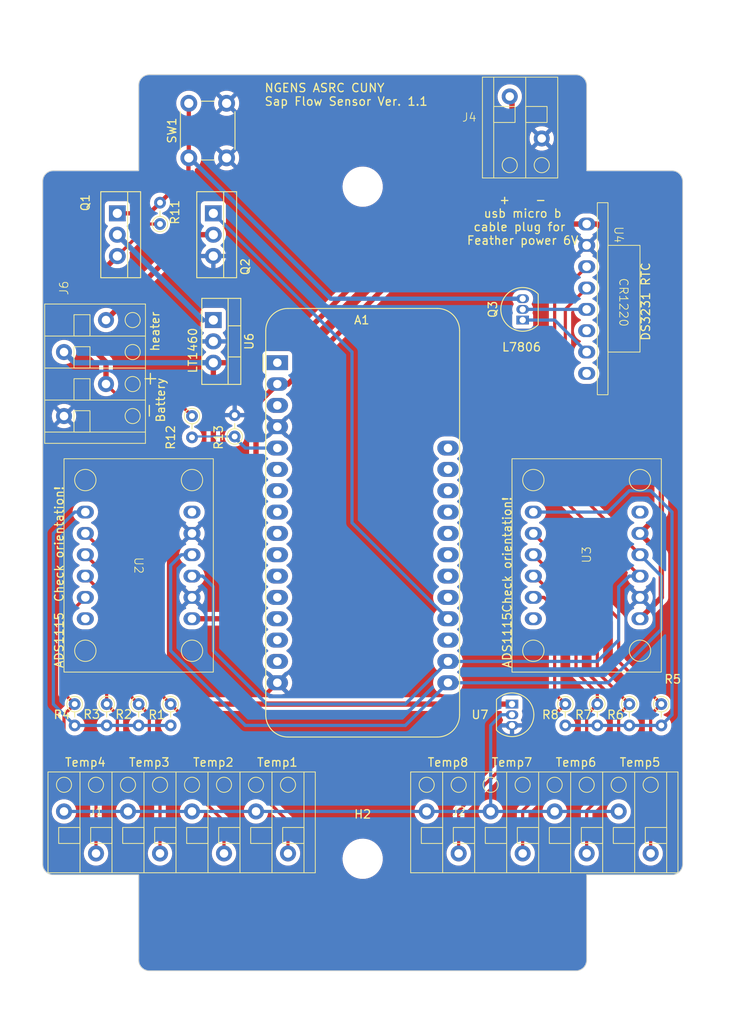
<source format=kicad_pcb>
(kicad_pcb (version 20221018) (generator pcbnew)
  (layers (0 "F.Cu" signal) (31 "B.Cu" signal) (34 "B.Paste" user) (35 "F.Paste" user) (36 "B.SilkS" user "B.Silkscreen") (37 "F.SilkS" user "F.Silkscreen") (38 "B.Mask" user) (39 "F.Mask" user) (44 "Edge.Cuts" user))
  (net 0 "")
  (net 1 "Net-(J1-Pin_1)")
  (net 2 "Net-(J1-Pin_2)")
  (net 3 "Net-(J2-Pin_2)")
  (net 4 "GND")
  (net 5 "Net-(Q1-G)")
  (net 6 "Net-(U2-A-)")
  (net 7 "Net-(U3-A-)")
  (net 8 "+3V3")
  (net 9 "SCL")
  (net 10 "SDA")
  (net 11 "Net-(J1-Pin_4)")
  (net 12 "Net-(J1-Pin_6)")
  (net 13 "Net-(J1-Pin_8)")
  (net 14 "Net-(J2-Pin_4)")
  (net 15 "Net-(J2-Pin_6)")
  (net 16 "Net-(J2-Pin_8)")
  (net 21 "Net-(J6-Pin_1)")
  (net 22 "Net-(J6-Pin_3)")
  (net 25 "Net-(A1-DAC0{slash}A0)")
  (net 37 "HEAT")
  (net 43 "Net-(A1-USB)")
  (net 46 "+6V")
  (net 47 "Net-(Q1-D)")
  (net 48 "Net-(Q3-S)")
  (net 49 "Net-(Q3-G)")
  (footprint "Resistor_THT:R_Axial_DIN0204_L3.6mm_D1.6mm_P2.54mm_Vertical" (layer "F.Cu") (at 63.5 67.31 90)
    (fp_text reference "R11" (at 1.397 1.778 90) (layer "F.SilkS"))
    (fp_text value "100K")
    (pad "1" thru_hole circle (at 0 0 90) (size 1.4 1.4) (drill 0.7) (layers "*.Cu" "*.Mask") (net 22 "Net-(J6-Pin_3)"))
    (pad "2" thru_hole oval (at 2.54 0 90) (size 1.4 1.4) (drill 0.7) (layers "*.Cu" "*.Mask") (net 5 "Net-(Q1-G)"))
  )
  (footprint "SapFlow_Footprints:Wurth_Screwless45_3.81mm_8" (layer "F.Cu") (at 95.25 137.24 180)
    (fp_text reference "J2" (at -3.81 0 unlocked) (layer "F.SilkS") (effects (font (thickness 0.1))))
    (fp_text value "Screw_Terminal_01x08" hide)
    (pad "1" thru_hole circle (at 0 0 180) (size 1.905 1.905) (drill 1.016) (layers "*.Cu" "*.Mask") (net 1 "Net-(J1-Pin_1)"))
    (pad "2" thru_hole circle (at -3.81 -5 180) (size 1.905 1.905) (drill 1.016) (layers "*.Cu" "*.Mask") (net 3 "Net-(J2-Pin_2)"))
    (pad "3" thru_hole circle (at -7.62 0 180) (size 1.905 1.905) (drill 1.016) (layers "*.Cu" "*.Mask") (net 1 "Net-(J1-Pin_1)"))
    (pad "4" thru_hole circle (at -11.43 -5 180) (size 1.905 1.905) (drill 1.016) (layers "*.Cu" "*.Mask") (net 14 "Net-(J2-Pin_4)"))
    (pad "5" thru_hole circle (at -15.24 0 180) (size 1.905 1.905) (drill 1.016) (layers "*.Cu" "*.Mask") (net 1 "Net-(J1-Pin_1)"))
    (pad "6" thru_hole circle (at -19.05 -5 180) (size 1.905 1.905) (drill 1.016) (layers "*.Cu" "*.Mask") (net 15 "Net-(J2-Pin_6)"))
    (pad "7" thru_hole circle (at -22.86 0 180) (size 1.905 1.905) (drill 1.016) (layers "*.Cu" "*.Mask") (net 1 "Net-(J1-Pin_1)"))
    (pad "8" thru_hole circle (at -26.67 -5 180) (size 1.905 1.905) (drill 1.016) (layers "*.Cu" "*.Mask") (net 16 "Net-(J2-Pin_8)"))
  )
  (footprint "Resistor_THT:R_Axial_DIN0204_L3.6mm_D1.6mm_P2.54mm_Vertical" (layer "F.Cu") (at 72.39 92.6 90)
    (fp_text reference "R13" (at -0.11 -1.92 90) (layer "F.SilkS"))
    (fp_text value "10k")
    (pad "1" thru_hole circle (at 0 0 90) (size 1.4 1.4) (drill 0.7) (layers "*.Cu" "*.Mask") (net 25 "Net-(A1-DAC0{slash}A0)"))
    (pad "2" thru_hole oval (at 2.54 0 90) (size 1.4 1.4) (drill 0.7) (layers "*.Cu" "*.Mask") (net 4 "GND"))
  )
  (footprint "Resistor_THT:R_Axial_DIN0204_L3.6mm_D1.6mm_P2.54mm_Vertical" (layer "F.Cu") (at 119.38 124.46 -90)
    (fp_text reference "R6" (at 1.27 1.651 180) (layer "F.SilkS") (effects (font (size 1.016 1.016) (thickness 0.1524))))
    (fp_text value "10k")
    (pad "1" thru_hole circle (at 0 0 270) (size 1.4 1.4) (drill 0.7) (layers "*.Cu" "*.Mask") (net 15 "Net-(J2-Pin_6)"))
    (pad "2" thru_hole oval (at 2.54 0 270) (size 1.4 1.4) (drill 0.7) (layers "*.Cu" "*.Mask") (net 7 "Net-(U3-A-)"))
  )
  (footprint "MountingHole:MountingHole_4.3mm_M4" (layer "F.Cu") (at 87.63 142.875)
    (fp_text reference "H2" (at 0 -5.3) (layer "F.SilkS"))
    (fp_text value "MountingHole" hide)
    (pad "" np_thru_hole circle locked (at 0 0) (size 4.3 4.3) (drill 4.3) (layers "*.Cu" "*.Mask"))
  )
  (footprint "Package_TO_SOT_THT:TO-92_Inline" (layer "F.Cu") (at 105.41 124.46 -90)
    (fp_text reference "U7" (at 1.27 3.81) (layer "F.SilkS"))
    (fp_text value "~")
    (pad "1" thru_hole rect (at 0 0 270) (size 1.05 1.5) (drill 0.75) (layers "*.Cu" "*.Mask") (net 46 "+6V"))
    (pad "2" thru_hole oval (at 1.27 0 270) (size 1.05 1.5) (drill 0.75) (layers "*.Cu" "*.Mask") (net 1 "Net-(J1-Pin_1)"))
    (pad "3" thru_hole oval (at 2.54 0 270) (size 1.05 1.5) (drill 0.75) (layers "*.Cu" "*.Mask") (net 4 "GND"))
  )
  (footprint "Package_TO_SOT_THT:TO-220-3_Vertical" (layer "F.Cu") (at 69.85 78.74 -90)
    (fp_text reference "U6" (at 2.54 -4.27 90) (layer "F.SilkS"))
    (fp_text value "L7806")
    (pad "1" thru_hole rect (at 0 0 270) (size 1.905 2) (drill 1.1) (layers "*.Cu" "*.Mask") (net 47 "Net-(Q1-D)"))
    (pad "2" thru_hole oval (at 2.54 0 270) (size 1.905 2) (drill 1.1) (layers "*.Cu" "*.Mask") (net 4 "GND"))
    (pad "3" thru_hole oval (at 5.08 0 270) (size 1.905 2) (drill 1.1) (layers "*.Cu" "*.Mask") (net 46 "+6V"))
  )
  (footprint "Resistor_THT:R_Axial_DIN0204_L3.6mm_D1.6mm_P2.54mm_Vertical" (layer "F.Cu") (at 123.19 124.46 -90)
    (fp_text reference "R5" (at -2.96 -1.36 180) (layer "F.SilkS") (effects (font (size 1.016 1.016) (thickness 0.1524))))
    (fp_text value "10k")
    (pad "1" thru_hole circle (at 0 0 270) (size 1.4 1.4) (drill 0.7) (layers "*.Cu" "*.Mask") (net 16 "Net-(J2-Pin_8)"))
    (pad "2" thru_hole oval (at 2.54 0 270) (size 1.4 1.4) (drill 0.7) (layers "*.Cu" "*.Mask") (net 7 "Net-(U3-A-)"))
  )
  (footprint "Package_TO_SOT_THT:TO-92_Inline" (layer "F.Cu") (at 106.68 78.74 90)
    (fp_text reference "Q3" (at 1.27 -3.56 90) (layer "F.SilkS"))
    (fp_text value "2N7000")
    (pad "1" thru_hole rect (at 0 0 90) (size 1.05 1.5) (drill 0.75) (layers "*.Cu" "*.Mask") (net 48 "Net-(Q3-S)"))
    (pad "2" thru_hole oval (at 1.27 0 90) (size 1.05 1.5) (drill 0.75) (layers "*.Cu" "*.Mask") (net 49 "Net-(Q3-G)"))
    (pad "3" thru_hole oval (at 2.54 0 90) (size 1.05 1.5) (drill 0.75) (layers "*.Cu" "*.Mask") (net 5 "Net-(Q1-G)"))
  )
  (footprint "Resistor_THT:R_Axial_DIN0204_L3.6mm_D1.6mm_P2.54mm_Vertical" (layer "F.Cu") (at 60.96 124.46 -90)
    (fp_text reference "R2" (at 1.22 1.778 180) (layer "F.SilkS") (effects (font (size 1.016 1.016) (thickness 0.1524))))
    (fp_text value "10k")
    (pad "1" thru_hole circle (at 0 0 270) (size 1.4 1.4) (drill 0.7) (layers "*.Cu" "*.Mask") (net 12 "Net-(J1-Pin_6)"))
    (pad "2" thru_hole oval (at 2.54 0 270) (size 1.4 1.4) (drill 0.7) (layers "*.Cu" "*.Mask") (net 6 "Net-(U2-A-)"))
  )
  (footprint "SapFlow_Footprints:ADS1115_Breakout" (layer "F.Cu") (at 60.96 107.95 90)
    (fp_text reference "U2" (at 0 0 -90 unlocked) (layer "F.SilkS") (effects (font (thickness 0.1))))
    (fp_text value "~")
    (pad "1" thru_hole oval (at -6.35 6.35 270) (size 1.524 2.032) (drill 1.016) (layers "*.Cu" "*.Mask") (net 8 "+3V3"))
    (pad "2" thru_hole oval (at -3.81 6.35 270) (size 1.524 2.032) (drill 1.016) (layers "*.Cu" "*.Mask") (net 4 "GND"))
    (pad "3" thru_hole oval (at -1.27 6.35 270) (size 1.524 2.032) (drill 1.016) (layers "*.Cu" "*.Mask") (net 9 "SCL"))
    (pad "4" thru_hole oval (at 1.27 6.35 270) (size 1.524 2.032) (drill 1.016) (layers "*.Cu" "*.Mask") (net 10 "SDA"))
    (pad "5" thru_hole oval (at 3.81 6.35 270) (size 1.524 2.032) (drill 1.016) (layers "*.Cu" "*.Mask") (net 4 "GND"))
    (pad "6" thru_hole oval (at 6.35 6.35 270) (size 1.524 2.032) (drill 1.016) (layers "*.Cu" "*.Mask"))
    (pad "7" thru_hole oval (at 6.35 -6.35 270) (size 1.524 2.032) (drill 1.016) (layers "*.Cu" "*.Mask") (net 6 "Net-(U2-A-)"))
    (pad "8" thru_hole oval (at 3.81 -6.35 270) (size 1.524 2.032) (drill 1.016) (layers "*.Cu" "*.Mask") (net 13 "Net-(J1-Pin_8)"))
    (pad "9" thru_hole oval (at 1.27 -6.35 270) (size 1.524 2.032) (drill 1.016) (layers "*.Cu" "*.Mask") (net 12 "Net-(J1-Pin_6)"))
    (pad "10" thru_hole oval (at -1.27 -6.35 270) (size 1.524 2.032) (drill 1.016) (layers "*.Cu" "*.Mask") (net 11 "Net-(J1-Pin_4)"))
    (pad "11" thru_hole oval (at -3.81 -6.35 270) (size 1.524 2.032) (drill 1.016) (layers "*.Cu" "*.Mask") (net 2 "Net-(J1-Pin_2)"))
    (pad "12" thru_hole oval (at -6.35 -6.35 270) (size 1.524 2.032) (drill 1.016) (layers "*.Cu" "*.Mask"))
  )
  (footprint "Resistor_THT:R_Axial_DIN0204_L3.6mm_D1.6mm_P2.54mm_Vertical" (layer "F.Cu") (at 57.15 124.46 -90)
    (fp_text reference "R3" (at 1.22 1.778 180) (layer "F.SilkS") (effects (font (size 1.016 1.016) (thickness 0.1524))))
    (fp_text value "10k")
    (pad "1" thru_hole circle (at 0 0 270) (size 1.4 1.4) (drill 0.7) (layers "*.Cu" "*.Mask") (net 11 "Net-(J1-Pin_4)"))
    (pad "2" thru_hole oval (at 2.54 0 270) (size 1.4 1.4) (drill 0.7) (layers "*.Cu" "*.Mask") (net 6 "Net-(U2-A-)"))
  )
  (footprint "Package_TO_SOT_THT:TO-262-3_Vertical" (layer "F.Cu") (at 58.42 66.04 -90)
    (fp_text reference "Q1" (at -1.27 3.81 -90) (layer "F.SilkS"))
    (fp_text value "IRF9540N")
    (pad "1" thru_hole rect (at 0 0 270) (size 1.905 2) (drill 1.1) (layers "*.Cu" "*.Mask") (net 5 "Net-(Q1-G)"))
    (pad "2" thru_hole oval (at 2.54 0 270) (size 1.905 2) (drill 1.1) (layers "*.Cu" "*.Mask") (net 47 "Net-(Q1-D)"))
    (pad "3" thru_hole oval (at 5.08 0 270) (size 1.905 2) (drill 1.1) (layers "*.Cu" "*.Mask") (net 22 "Net-(J6-Pin_3)"))
  )
  (footprint "SapFlow_Footprints:ADS1115_Breakout" (layer "F.Cu") (at 114.3 107.95 90)
    (fp_text reference "U3" (at 1.27 0 90 unlocked) (layer "F.SilkS") (effects (font (thickness 0.1))))
    (fp_text value "~")
    (pad "1" thru_hole oval (at -6.35 6.35 270) (size 1.524 2.032) (drill 1.016) (layers "*.Cu" "*.Mask") (net 8 "+3V3"))
    (pad "2" thru_hole oval (at -3.81 6.35 270) (size 1.524 2.032) (drill 1.016) (layers "*.Cu" "*.Mask") (net 4 "GND"))
    (pad "3" thru_hole oval (at -1.27 6.35 270) (size 1.524 2.032) (drill 1.016) (layers "*.Cu" "*.Mask") (net 9 "SCL"))
    (pad "4" thru_hole oval (at 1.27 6.35 270) (size 1.524 2.032) (drill 1.016) (layers "*.Cu" "*.Mask") (net 10 "SDA"))
    (pad "5" thru_hole oval (at 3.81 6.35 270) (size 1.524 2.032) (drill 1.016) (layers "*.Cu" "*.Mask") (net 8 "+3V3"))
    (pad "6" thru_hole oval (at 6.35 6.35 270) (size 1.524 2.032) (drill 1.016) (layers "*.Cu" "*.Mask"))
    (pad "7" thru_hole oval (at 6.35 -6.35 270) (size 1.524 2.032) (drill 1.016) (layers "*.Cu" "*.Mask") (net 7 "Net-(U3-A-)"))
    (pad "8" thru_hole oval (at 3.81 -6.35 270) (size 1.524 2.032) (drill 1.016) (layers "*.Cu" "*.Mask") (net 16 "Net-(J2-Pin_8)"))
    (pad "9" thru_hole oval (at 1.27 -6.35 270) (size 1.524 2.032) (drill 1.016) (layers "*.Cu" "*.Mask") (net 15 "Net-(J2-Pin_6)"))
    (pad "10" thru_hole oval (at -1.27 -6.35 270) (size 1.524 2.032) (drill 1.016) (layers "*.Cu" "*.Mask") (net 14 "Net-(J2-Pin_4)"))
    (pad "11" thru_hole oval (at -3.81 -6.35 270) (size 1.524 2.032) (drill 1.016) (layers "*.Cu" "*.Mask") (net 3 "Net-(J2-Pin_2)"))
    (pad "12" thru_hole oval (at -6.35 -6.35 270) (size 1.524 2.032) (drill 1.016) (layers "*.Cu" "*.Mask"))
  )
  (footprint "Module:Adafruit_Feather" (layer "F.Cu") (at 77.47 83.82)
    (fp_text reference "A1" (at 10.0525 -5.08) (layer "F.SilkS"))
    (fp_text value "Adafruit_Feather_M0_Adalogger")
    (pad "1" thru_hole rect (at 0 0 180) (size 2.54 1.778) (drill 1.016) (layers "*.Cu" "*.Mask"))
    (pad "2" thru_hole oval (at 0 2.54 180) (size 2.5 1.6) (drill 1) (layers "*.Cu" "*.Mask") (net 8 "+3V3"))
    (pad "3" thru_hole oval (at 0 5.08 180) (size 2.54 1.778) (drill 1.016) (layers "*.Cu" "*.Mask"))
    (pad "4" thru_hole oval (at 0 7.62 180) (size 2.54 1.778) (drill 1.016) (layers "*.Cu" "*.Mask") (net 4 "GND"))
    (pad "5" thru_hole oval (at 0 10.16 180) (size 2.54 1.778) (drill 1.016) (layers "*.Cu" "*.Mask") (net 25 "Net-(A1-DAC0{slash}A0)"))
    (pad "6" thru_hole oval (at 0 12.7 180) (size 2.54 1.778) (drill 1.016) (layers "*.Cu" "*.Mask"))
    (pad "7" thru_hole oval (at 0 15.24 180) (size 2.54 1.778) (drill 1.016) (layers "*.Cu" "*.Mask"))
    (pad "8" thru_hole oval (at 0 17.78 180) (size 2.54 1.778) (drill 1.016) (layers "*.Cu" "*.Mask"))
    (pad "9" thru_hole oval (at 0 20.32 180) (size 2.54 1.778) (drill 1.016) (layers "*.Cu" "*.Mask"))
    (pad "10" thru_hole oval (at 0 22.86 180) (size 2.54 1.778) (drill 1.016) (layers "*.Cu" "*.Mask"))
    (pad "11" thru_hole oval (at 0 25.4 180) (size 2.54 1.778) (drill 1.016) (layers "*.Cu" "*.Mask"))
    (pad "12" thru_hole oval (at 0 27.94 180) (size 2.54 1.778) (drill 1.016) (layers "*.Cu" "*.Mask"))
    (pad "13" thru_hole oval (at 0 30.48 180) (size 2.54 1.778) (drill 1.016) (layers "*.Cu" "*.Mask"))
    (pad "14" thru_hole oval (at 0 33.02 180) (size 2.54 1.778) (drill 1.016) (layers "*.Cu" "*.Mask"))
    (pad "15" thru_hole oval (at 0 35.56 180) (size 2.54 1.778) (drill 1.016) (layers "*.Cu" "*.Mask"))
    (pad "16" thru_hole oval (at 0 38.1 180) (size 2.54 1.778) (drill 1.016) (layers "*.Cu" "*.Mask") (net 4 "GND"))
    (pad "17" thru_hole oval (at 20.32 38.1 180) (size 2.54 1.778) (drill 1.016) (layers "*.Cu" "*.Mask") (net 10 "SDA"))
    (pad "18" thru_hole oval (at 20.32 35.56 180) (size 2.54 1.778) (drill 1.016) (layers "*.Cu" "*.Mask") (net 9 "SCL"))
    (pad "19" thru_hole oval (at 20.32 33.02 180) (size 2.54 1.778) (drill 1.016) (layers "*.Cu" "*.Mask"))
    (pad "20" thru_hole oval (at 20.32 30.48 180) (size 2.54 1.778) (drill 1.016) (layers "*.Cu" "*.Mask") (net 37 "HEAT"))
    (pad "21" thru_hole oval (at 20.32 27.94 180) (size 2.54 1.778) (drill 1.016) (layers "*.Cu" "*.Mask"))
    (pad "22" thru_hole oval (at 20.32 25.4 180) (size 2.54 1.778) (drill 1.016) (layers "*.Cu" "*.Mask"))
    (pad "23" thru_hole oval (at 20.32 22.86 180) (size 2.54 1.778) (drill 1.016) (layers "*.Cu" "*.Mask"))
    (pad "24" thru_hole oval (at 20.32 20.32 180) (size 2.54 1.778) (drill 1.016) (layers "*.Cu" "*.Mask"))
    (pad "25" thru_hole oval (at 20.32 17.78 180) (size 2.54 1.778) (drill 1.016) (layers "*.Cu" "*.Mask"))
    (pad "26" thru_hole oval (at 20.32 15.24 180) (size 2.54 1.778) (drill 1.016) (layers "*.Cu" "*.Mask") (net 43 "Net-(A1-USB)"))
    (pad "27" thru_hole oval (at 20.32 12.7 180) (size 2.54 1.778) (drill 1.016) (layers "*.Cu" "*.Mask"))
    (pad "28" thru_hole oval (at 20.32 10.16 180) (size 2.54 1.778) (drill 1.016) (layers "*.Cu" "*.Mask"))
  )
  (footprint "Button_Switch_THT:SW_PUSH_6mm_H4.3mm" (layer "F.Cu") (at 66.929 59.436 90)
    (fp_text reference "SW1" (at 3.25 -2 90) (layer "F.SilkS"))
    (fp_text value "SW_Push")
    (pad "1" thru_hole circle (at 0 0 180) (size 2 2) (drill 1.1) (layers "*.Cu" "*.Mask") (net 5 "Net-(Q1-G)"))
    (pad "1" thru_hole circle (at 6.5 0 180) (size 2 2) (drill 1.1) (layers "*.Cu" "*.Mask") (net 5 "Net-(Q1-G)"))
    (pad "2" thru_hole circle (at 0 4.5 180) (size 2 2) (drill 1.1) (layers "*.Cu" "*.Mask") (net 4 "GND"))
    (pad "2" thru_hole circle (at 6.5 4.5 180) (size 2 2) (drill 1.1) (layers "*.Cu" "*.Mask") (net 4 "GND"))
  )
  (footprint "Resistor_THT:R_Axial_DIN0204_L3.6mm_D1.6mm_P2.54mm_Vertical" (layer "F.Cu") (at 53.34 124.46 -90)
    (fp_text reference "R4" (at 1.27 1.524 180) (layer "F.SilkS"))
    (fp_text value "10k")
    (pad "1" thru_hole circle (at 0 0 270) (size 1.4 1.4) (drill 0.7) (layers "*.Cu" "*.Mask") (net 2 "Net-(J1-Pin_2)"))
    (pad "2" thru_hole oval (at 2.54 0 270) (size 1.4 1.4) (drill 0.7) (layers "*.Cu" "*.Mask") (net 6 "Net-(U2-A-)"))
  )
  (footprint "SapFlow_Footprints:Wurth_Screwless45_3.81mm_8" (layer "F.Cu") (at 52.07 137.24 180)
    (fp_text reference "J1" (at -3.81 0 unlocked) (layer "F.SilkS") (effects (font (thickness 0.1))))
    (fp_text value "Screw_Terminal_01x08" hide)
    (pad "1" thru_hole circle (at 0 0 180) (size 1.905 1.905) (drill 1.016) (layers "*.Cu" "*.Mask") (net 1 "Net-(J1-Pin_1)"))
    (pad "2" thru_hole circle (at -3.81 -5 180) (size 1.905 1.905) (drill 1.016) (layers "*.Cu" "*.Mask") (net 2 "Net-(J1-Pin_2)"))
    (pad "3" thru_hole circle (at -7.62 0 180) (size 1.905 1.905) (drill 1.016) (layers "*.Cu" "*.Mask") (net 1 "Net-(J1-Pin_1)"))
    (pad "4" thru_hole circle (at -11.43 -5 180) (size 1.905 1.905) (drill 1.016) (layers "*.Cu" "*.Mask") (net 11 "Net-(J1-Pin_4)"))
    (pad "5" thru_hole circle (at -15.24 0 180) (size 1.905 1.905) (drill 1.016) (layers "*.Cu" "*.Mask") (net 1 "Net-(J1-Pin_1)"))
    (pad "6" thru_hole circle (at -19.05 -5 180) (size 1.905 1.905) (drill 1.016) (layers "*.Cu" "*.Mask") (net 12 "Net-(J1-Pin_6)"))
    (pad "7" thru_hole circle (at -22.86 0 180) (size 1.905 1.905) (drill 1.016) (layers "*.Cu" "*.Mask") (net 1 "Net-(J1-Pin_1)"))
    (pad "8" thru_hole circle (at -26.67 -5 180) (size 1.905 1.905) (drill 1.016) (layers "*.Cu" "*.Mask") (net 13 "Net-(J1-Pin_8)"))
  )
  (footprint "SapFlow_Footprints:Wurth_Screwless45_3.81mm_4" (layer "F.Cu") (at 57.07 78.74 90)
    (fp_text reference "J6" (at 3.81 -5 90 unlocked) (layer "F.SilkS") (effects (font (thickness 0.1))))
    (fp_text value "Screw_Terminal_01x04" hide)
    (pad "1" thru_hole circle (at 0 0 90) (size 1.905 1.905) (drill 1.016) (layers "*.Cu" "*.Mask") (net 21 "Net-(J6-Pin_1)"))
    (pad "2" thru_hole circle (at -3.81 -5 90) (size 1.905 1.905) (drill 1.016) (layers "*.Cu" "*.Mask") (net 46 "+6V"))
    (pad "3" thru_hole circle (at -7.62 0 90) (size 1.905 1.905) (drill 1.016) (layers "*.Cu" "*.Mask") (net 22 "Net-(J6-Pin_3)"))
    (pad "4" thru_hole circle (at -11.43 -5 90) (size 1.905 1.905) (drill 1.016) (layers "*.Cu" "*.Mask") (net 4 "GND"))
  )
  (footprint "Package_TO_SOT_THT:TO-262-3_Vertical" (layer "F.Cu") (at 69.85 66.04 -90)
    (fp_text reference "Q2" (at 6.35 -3.81 -90) (layer "F.SilkS"))
    (fp_text value "RFP30N06LE")
    (pad "1" thru_hole rect (at 0 0 270) (size 1.905 2) (drill 1.1) (layers "*.Cu" "*.Mask") (net 37 "HEAT"))
    (pad "2" thru_hole oval (at 2.54 0 270) (size 1.905 2) (drill 1.1) (layers "*.Cu" "*.Mask") (net 21 "Net-(J6-Pin_1)"))
    (pad "3" thru_hole oval (at 5.08 0 270) (size 1.905 2) (drill 1.1) (layers "*.Cu" "*.Mask") (net 4 "GND"))
  )
  (footprint "Resistor_THT:R_Axial_DIN0204_L3.6mm_D1.6mm_P2.54mm_Vertical" (layer "F.Cu") (at 64.77 124.46 -90)
    (fp_text reference "R1" (at 1.27 1.651 180) (layer "F.SilkS") (effects (font (size 1.016 1.016) (thickness 0.1524))))
    (fp_text value "10k")
    (pad "1" thru_hole circle (at 0 0 270) (size 1.4 1.4) (drill 0.7) (layers "*.Cu" "*.Mask") (net 13 "Net-(J1-Pin_8)"))
    (pad "2" thru_hole oval (at 2.54 0 270) (size 1.4 1.4) (drill 0.7) (layers "*.Cu" "*.Mask") (net 6 "Net-(U2-A-)"))
  )
  (footprint "SapFlow_Footprints:DS3231_Breakout_RightAngle" (layer "F.Cu") (at 114.3 76.2 -90)
    (fp_text reference "U4" (at -7.62 -3.81 -90 unlocked) (layer "F.SilkS") (effects (font (thickness 0.1))))
    (fp_text value "~")
    (fp_text user "CR1220" (at -2.54 -3.81 -90 unlocked) (layer "F.SilkS") (effects (font (thickness 0.1)) (justify left bottom)))
    (pad "1" thru_hole oval (at -8.89 0 90) (size 1.524 2.032) (drill 1.016) (layers "*.Cu" "*.Mask") (net 8 "+3V3"))
    (pad "2" thru_hole oval (at -6.35 0 90) (size 1.524 2.032) (drill 1.016) (layers "*.Cu" "*.Mask") (net 4 "GND"))
    (pad "3" thru_hole oval (at -3.81 0 90) (size 1.524 2.032) (drill 1.016) (layers "*.Cu" "*.Mask") (net 9 "SCL"))
    (pad "4" thru_hole oval (at -1.27 0 90) (size 1.524 2.032) (drill 1.016) (layers "*.Cu" "*.Mask") (net 10 "SDA"))
    (pad "5" thru_hole oval (at 1.27 0 90) (size 1.524 2.032) (drill 1.016) (layers "*.Cu" "*.Mask") (net 49 "Net-(Q3-G)"))
    (pad "6" thru_hole oval (at 3.81 0 90) (size 1.524 2.032) (drill 1.016) (layers "*.Cu" "*.Mask"))
    (pad "7" thru_hole oval (at 6.35 0 90) (size 1.524 2.032) (drill 1.016) (layers "*.Cu" "*.Mask") (net 48 "Net-(Q3-S)"))
    (pad "8" thru_hole oval (at 8.89 0 90) (size 1.524 2.032) (drill 1.016) (layers "*.Cu" "*.Mask"))
  )
  (footprint "Resistor_THT:R_Axial_DIN0204_L3.6mm_D1.6mm_P2.54mm_Vertical" (layer "F.Cu") (at 115.57 124.46 -90)
    (fp_text reference "R7" (at 1.27 1.651 180) (layer "F.SilkS") (effects (font (size 1.016 1.016) (thickness 0.1524))))
    (fp_text value "10k")
    (pad "1" thru_hole circle (at 0 0 270) (size 1.4 1.4) (drill 0.7) (layers "*.Cu" "*.Mask") (net 14 "Net-(J2-Pin_4)"))
    (pad "2" thru_hole oval (at 2.54 0 270) (size 1.4 1.4) (drill 0.7) (layers "*.Cu" "*.Mask") (net 7 "Net-(U3-A-)"))
  )
  (footprint "Resistor_THT:R_Axial_DIN0204_L3.6mm_D1.6mm_P2.54mm_Vertical" (layer "F.Cu") (at 111.76 124.46 -90)
    (fp_text reference "R8" (at 1.27 1.778 180) (layer "F.SilkS") (effects (font (size 1.016 1.016) (thickness 0.1524))))
    (fp_text value "10k")
    (pad "1" thru_hole circle (at 0 0 270) (size 1.4 1.4) (drill 0.7) (layers "*.Cu" "*.Mask") (net 3 "Net-(J2-Pin_2)"))
    (pad "2" thru_hole oval (at 2.54 0 270) (size 1.4 1.4) (drill 0.7) (layers "*.Cu" "*.Mask") (net 7 "Net-(U3-A-)"))
  )
  (footprint "SapFlow_Footprints:Wurth_Screwless45_3.81mm_2" (layer "F.Cu") (at 108.95 57.125)
    (fp_text reference "J4" (at -8.62 -2.515 unlocked) (layer "F.SilkS") (effects (font (thickness 0.1))))
    (fp_text value "Screw_Terminal_01x02")
    (pad "1" thru_hole circle (at 0 0) (size 1.905 1.905) (drill 1.016) (layers "*.Cu" "*.Mask") (net 4 "GND"))
    (pad "2" thru_hole circle (at -3.81 -5) (size 1.905 1.905) (drill 1.016) (layers "*.Cu" "*.Mask") (net 46 "+6V"))
  )
  (footprint "MountingHole:MountingHole_4.3mm_M4" (layer "F.Cu") (at 87.63 62.865)
    (fp_text reference "H1" (at 0 0) (layer "F.SilkS"))
    (fp_text value "MountingHole")
    (pad "" np_thru_hole circle locked (at 0 0) (size 4.3 4.3) (drill 4.3) (layers "*.Cu" "*.Mask"))
  )
  (footprint "Resistor_THT:R_Axial_DIN0204_L3.6mm_D1.6mm_P2.54mm_Vertical" (layer "F.Cu") (at 67.31 90.17 -90)
    (fp_text reference "R12" (at 2.54 2.54 90) (layer "F.SilkS"))
    (fp_text value "100k")
    (pad "1" thru_hole circle (at 0 0 270) (size 1.4 1.4) (drill 0.7) (layers "*.Cu" "*.Mask") (net 22 "Net-(J6-Pin_3)"))
    (pad "2" thru_hole oval (at 2.54 0 270) (size 1.4 1.4) (drill 0.7) (layers "*.Cu" "*.Mask") (net 25 "Net-(A1-DAC0{slash}A0)"))
  )
  (gr_line (start 62.992 85.725) (end 61.722 85.725) (stroke (width 0.15)) (layer "F.SilkS"))
  (gr_line (start 62.23 90.17) (end 62.23 88.9) (stroke (width 0.15)) (layer "F.SilkS"))
  (gr_line (start 62.357 85.09) (end 62.357 86.36) (stroke (width 0.15)) (layer "F.SilkS"))
  (gr_line (start 49.53 62.23) (end 49.53 143.51) (stroke (width 0.1)) (layer "Edge.Cuts"))
  (gr_line (start 50.8 144.78) (end 60.96 144.78) (stroke (width 0.1)) (layer "Edge.Cuts"))
  (gr_arc (start 49.53 62.23) (mid 49.901974 61.331974) (end 50.8 60.96) (stroke (width 0.1)) (layer "Edge.Cuts"))
  (gr_line (start 114.3 144.78) (end 114.3 154.94) (stroke (width 0.1)) (layer "Edge.Cuts"))
  (gr_arc (start 50.8 144.78) (mid 49.901974 144.408026) (end 49.53 143.51) (stroke (width 0.1)) (layer "Edge.Cuts"))
  (gr_line (start 114.3 60.96) (end 114.3 50.8) (stroke (width 0.1)) (layer "Edge.Cuts"))
  (gr_line (start 62.23 156.21) (end 113.03 156.21) (stroke (width 0.1)) (layer "Edge.Cuts"))
  (gr_line (start 113.03 49.53) (end 62.23 49.53) (stroke (width 0.1)) (layer "Edge.Cuts"))
  (gr_line (start 60.96 60.96) (end 50.8 60.96) (stroke (width 0.1)) (layer "Edge.Cuts"))
  (gr_line (start 124.46 60.96) (end 114.3 60.96) (stroke (width 0.1)) (layer "Edge.Cuts"))
  (gr_arc (start 113.03 49.53) (mid 113.928026 49.901974) (end 114.3 50.8) (stroke (width 0.1)) (layer "Edge.Cuts"))
  (gr_line (start 60.96 60.96) (end 60.96 50.8) (stroke (width 0.1)) (layer "Edge.Cuts"))
  (gr_line (start 124.46 144.78) (end 114.3 144.78) (stroke (width 0.1)) (layer "Edge.Cuts"))
  (gr_arc (start 60.96 50.8) (mid 61.331974 49.901974) (end 62.23 49.53) (stroke (width 0.1)) (layer "Edge.Cuts"))
  (gr_line (start 60.96 144.78) (end 60.96 154.94) (stroke (width 0.1)) (layer "Edge.Cuts"))
  (gr_arc (start 114.3 154.94) (mid 113.928026 155.838026) (end 113.03 156.21) (stroke (width 0.1)) (layer "Edge.Cuts"))
  (gr_arc (start 124.46 60.96) (mid 125.358026 61.331974) (end 125.73 62.23) (stroke (width 0.1)) (layer "Edge.Cuts"))
  (gr_line (start 125.73 143.51) (end 125.73 62.23) (stroke (width 0.1)) (layer "Edge.Cuts"))
  (gr_arc (start 125.73 143.51) (mid 125.358026 144.408026) (end 124.46 144.78) (stroke (width 0.1)) (layer "Edge.Cuts"))
  (gr_arc (start 62.23 156.21) (mid 61.331974 155.838026) (end 60.96 154.94) (stroke (width 0.1)) (layer "Edge.Cuts"))
  (gr_text "Temp3" (at 62.23 130.81) (layer "F.SilkS") (effects (font (size 1 1)) (justify top)))
  (gr_text "Temp4" (at 54.61 130.81) (layer "F.SilkS") (effects (font (size 1 1)) (justify top)))
  (gr_text "Battery" (at 62.992 88.265 90) (layer "F.SilkS") (effects (font (size 1 1)) (justify top)))
  (gr_text "Temp7" (at 105.41 130.81) (layer "F.SilkS") (effects (font (size 1 1)) (justify top)))
  (gr_text "Temp8" (at 97.79 130.81) (layer "F.SilkS") (effects (font (size 1 1)) (justify top)))
  (gr_text "Temp1" (at 77.47 130.81) (layer "F.SilkS") (effects (font (size 1 1)) (justify top)))
  (gr_text "Check orientation!" (at 105.41 106.68 90) (layer "F.SilkS") (effects (font (size 1 1)) (justify bottom)))
  (gr_text "Temp6" (at 113.03 130.81) (layer "F.SilkS") (effects (font (size 1 1)) (justify top)))
  (gr_text "heater" (at 63.5 82.55 90) (layer "F.SilkS") (effects (font (size 1 1)) (justify left bottom)))
  (gr_text "L7806" (at 104.14 82.55) (layer "F.SilkS") (effects (font (size 1 1)) (justify left bottom)))
  (gr_text "Check orientation!" (at 52.07 105.41 90) (layer "F.SilkS") (effects (font (size 1 1)) (justify bottom)))
  (gr_text "ADS1115" (at 105.41 116.84 90) (layer "F.SilkS") (effects (font (size 1 1)) (justify bottom)))
  (gr_text "ADS1115" (at 52.07 116.84 90) (layer "F.SilkS") (effects (font (size 1 1)) (justify bottom)))
  (gr_text "Temp5" (at 120.65 130.81) (layer "F.SilkS") (effects (font (size 1 1)) (justify top)))
  (gr_text "DS3231 RTC" (at 121.92 81.28 90) (layer "F.SilkS") (effects (font (size 1 1)) (justify left bottom)))
  (gr_text "Temp2" (at 69.85 130.81) (layer "F.SilkS") (effects (font (size 1 1)) (justify top)))
  (gr_text "+    -\nusb micro b\ncable plug for \nFeather power 6V" (at 106.68 69.85) (layer "F.SilkS") (effects (font (size 1 1)) (justify bottom)))
  (gr_text "NGENS ASRC CUNY \nSap Flow Sensor Ver. 1.1" (at 75.875 53.3) (layer "F.SilkS") (effects (font (size 1 1)) (justify left bottom)))
  (gr_text "LT1460" (at 67.99 85.15 90) (layer "F.SilkS") (effects (font (size 1 1)) (justify left bottom)))
  (segment (start 52.07 137.24) (end 59.69 137.24) (width 0.381) (layer "B.Cu") (net 1))
  (segment (start 102.87 127) (end 104.14 125.73) (width 0.381) (layer "B.Cu") (net 1))
  (segment (start 95.25 137.24) (end 102.87 137.24) (width 0.381) (layer "B.Cu") (net 1))
  (segment (start 104.14 125.73) (end 105.41 125.73) (width 0.381) (layer "B.Cu") (net 1))
  (segment (start 102.87 137.24) (end 110.49 137.24) (width 0.381) (layer "B.Cu") (net 1))
  (segment (start 59.69 137.24) (end 67.31 137.24) (width 0.381) (layer "B.Cu") (net 1))
  (segment (start 102.87 137.24) (end 102.87 127) (width 0.381) (layer "B.Cu") (net 1))
  (segment (start 74.93 137.24) (end 95.25 137.24) (width 0.381) (layer "B.Cu") (net 1))
  (segment (start 67.31 137.24) (end 74.93 137.24) (width 0.381) (layer "B.Cu") (net 1))
  (segment (start 110.49 137.24) (end 118.11 137.24) (width 0.381) (layer "B.Cu") (net 1))
  (segment (start 55.88 132.08) (end 52.07 128.27) (width 0.381) (layer "F.Cu") (net 2))
  (segment (start 55.88 142.24) (end 55.88 132.08) (width 0.381) (layer "F.Cu") (net 2))
  (segment (start 53.34 124.46) (end 52.07 123.19) (width 0.381) (layer "F.Cu") (net 2))
  (segment (start 52.07 123.19) (end 52.07 114.3) (width 0.381) (layer "F.Cu") (net 2))
  (segment (start 52.07 114.3) (end 54.61 111.76) (width 0.381) (layer "F.Cu") (net 2))
  (segment (start 52.07 128.27) (end 52.07 125.73) (width 0.381) (layer "F.Cu") (net 2))
  (segment (start 52.07 125.73) (end 53.34 124.46) (width 0.381) (layer "F.Cu") (net 2))
  (segment (start 110.49 113.03) (end 109.22 111.76) (width 0.381) (layer "F.Cu") (net 3))
  (segment (start 99.06 137.16) (end 99.06 142.24) (width 0.381) (layer "F.Cu") (net 3))
  (segment (start 110.49 123.19) (end 110.49 113.03) (width 0.381) (layer "F.Cu") (net 3))
  (segment (start 109.22 111.76) (end 107.95 111.76) (width 0.381) (layer "F.Cu") (net 3))
  (segment (start 111.76 124.46) (end 99.06 137.16) (width 0.381) (layer "F.Cu") (net 3))
  (segment (start 111.76 124.46) (end 110.49 123.19) (width 0.381) (layer "F.Cu") (net 3))
  (segment (start 66.929 59.436) (end 66.929 52.936) (width 0.508) (layer "F.Cu") (net 5))
  (segment (start 62.23 66.04) (end 58.42 66.04) (width 0.508) (layer "F.Cu") (net 5))
  (segment (start 66.89 61.38) (end 66.89 59.42) (width 0.508) (layer "F.Cu") (net 5))
  (segment (start 63.5 64.77) (end 66.89 61.38) (width 0.508) (layer "F.Cu") (net 5))
  (segment (start 63.5 64.77) (end 62.23 66.04) (width 0.508) (layer "F.Cu") (net 5))
  (segment (start 83.82 76.2) (end 67.04 59.42) (width 0.508) (layer "B.Cu") (net 5))
  (segment (start 106.68 76.2) (end 83.82 76.2) (width 0.508) (layer "B.Cu") (net 5))
  (segment (start 53.34 127) (end 60.96 127) (width 0.381) (layer "B.Cu") (net 6))
  (segment (start 53.34 101.6) (end 54.61 101.6) (width 0.381) (layer "B.Cu") (net 6))
  (segment (start 50.8 104.14) (end 53.34 101.6) (width 0.381) (layer "B.Cu") (net 6))
  (segment (start 64.77 127) (end 60.96 127) (width 0.381) (layer "B.Cu") (net 6))
  (segment (start 50.8 124.46) (end 50.8 104.14) (width 0.381) (layer "B.Cu") (net 6))
  (segment (start 53.34 127) (end 50.8 124.46) (width 0.381) (layer "B.Cu") (net 6))
  (segment (start 121.92 99.06) (end 119.38 99.06) (width 0.381) (layer "B.Cu") (net 7))
  (segment (start 119.38 127) (end 115.57 127) (width 0.381) (layer "B.Cu") (net 7))
  (segment (start 123.19 127) (end 119.38 127) (width 0.381) (layer "B.Cu") (net 7))
  (segment (start 123.19 127) (end 124.46 125.73) (width 0.381) (layer "B.Cu") (net 7))
  (segment (start 124.46 101.6) (end 121.92 99.06) (width 0.381) (layer "B.Cu") (net 7))
  (segment (start 119.38 99.06) (end 116.84 101.6) (width 0.381) (layer "B.Cu") (net 7))
  (segment (start 116.84 101.6) (end 107.95 101.6) (width 0.381) (layer "B.Cu") (net 7))
  (segment (start 115.57 127) (end 111.76 127) (width 0.381) (layer "B.Cu") (net 7))
  (segment (start 124.46 125.73) (end 124.46 101.6) (width 0.381) (layer "B.Cu") (net 7))
  (segment (start 120.65 114.3) (end 123.19 111.76) (width 0.635) (layer "F.Cu") (net 8))
  (segment (start 123.19 106.68) (end 120.65 104.14) (width 0.635) (layer "F.Cu") (net 8))
  (segment (start 77.47 86.36) (end 74.93 88.9) (width 0.635) (layer "F.Cu") (net 8))
  (segment (start 115.57 67.31) (end 114.3 67.31) (width 0.635) (layer "F.Cu") (net 8))
  (segment (start 74.93 88.9) (end 74.93 111.76) (width 0.635) (layer "F.Cu") (net 8))
  (segment (start 118.11 91.44) (end 118.11 69.85) (width 0.635) (layer "F.Cu") (net 8))
  (segment (start 120.65 104.14) (end 123.19 101.6) (width 0.635) (layer "F.Cu") (net 8))
  (segment (start 78.74 86.36) (end 97.79 67.31) (width 0.635) (layer "F.Cu") (net 8))
  (segment (start 123.19 101.6) (end 123.19 96.52) (width 0.635) (layer "F.Cu") (net 8))
  (segment (start 97.79 67.31) (end 114.3 67.31) (width 0.635) (layer "F.Cu") (net 8))
  (segment (start 72.39 114.3) (end 67.31 114.3) (width 0.635) (layer "F.Cu") (net 8))
  (segment (start 123.19 96.52) (end 118.11 91.44) (width 0.635) (layer "F.Cu") (net 8))
  (segment (start 118.11 69.85) (end 115.57 67.31) (width 0.635) (layer "F.Cu") (net 8))
  (segment (start 77.47 86.36) (end 78.74 86.36) (width 0.635) (layer "F.Cu") (net 8))
  (segment (start 74.93 111.76) (end 72.39 114.3) (width 0.635) (layer "F.Cu") (net 8))
  (segment (start 123.19 111.76) (end 123.19 106.68) (width 0.635) (layer "F.Cu") (net 8))
  (segment (start 110.49 99.06) (end 110.49 76.2) (width 0.381) (layer "F.Cu") (net 9))
  (segment (start 110.49 76.2) (end 114.3 72.39) (width 0.381) (layer "F.Cu") (net 9))
  (segment (start 120.65 109.22) (end 110.49 99.06) (width 0.381) (layer "F.Cu") (net 9))
  (segment (start 68.58 109.22) (end 69.85 110.49) (width 0.381) (layer "B.Cu") (net 9))
  (segment (start 92.71 124.46) (end 97.79 119.38) (width 0.381) (layer "B.Cu") (net 9))
  (segment (start 119.38 109.22) (end 118.11 110.49) (width 0.381) (layer "B.Cu") (net 9))
  (segment (start 120.65 109.22) (end 119.38 109.22) (width 0.381) (layer "B.Cu") (net 9))
  (segment (start 118.11 116.84) (end 115.57 119.38) (width 0.381) (layer "B.Cu") (net 9))
  (segment (start 118.11 110.49) (end 118.11 116.84) (width 0.381) (layer "B.Cu") (net 9))
  (segment (start 76.2 124.46) (end 92.71 124.46) (width 0.381) (layer "B.Cu") (net 9))
  (segment (start 69.85 118.11) (end 76.2 124.46) (width 0.381) (layer "B.Cu") (net 9))
  (segment (start 67.31 109.22) (end 68.58 109.22) (width 0.381) (layer "B.Cu") (net 9))
  (segment (start 97.79 119.38) (end 115.57 119.38) (width 0.381) (layer "B.Cu") (net 9))
  (segment (start 69.85 110.49) (end 69.85 118.11) (width 0.381) (layer "B.Cu") (net 9))
  (segment (start 114.3 74.93) (end 111.76 77.47) (width 0.381) (layer "F.Cu") (net 10))
  (segment (start 111.76 77.47) (end 111.76 97.79) (width 0.381) (layer "F.Cu") (net 10))
  (segment (start 111.76 97.79) (end 120.65 106.68) (width 0.381) (layer "F.Cu") (net 10))
  (segment (start 67.31 106.68) (end 66.04 106.68) (width 0.381) (layer "B.Cu") (net 10))
  (segment (start 116.84 121.92) (end 123.19 115.57) (width 0.381) (layer "B.Cu") (net 10))
  (segment (start 64.77 118.11) (end 73.66 127) (width 0.381) (layer "B.Cu") (net 10))
  (segment (start 66.04 106.68) (end 64.77 107.95) (width 0.381) (layer "B.Cu") (net 10))
  (segment (start 73.66 127) (end 92.71 127) (width 0.381) (layer "B.Cu") (net 10))
  (segment (start 97.79 121.92) (end 116.84 121.92) (width 0.381) (layer "B.Cu") (net 10))
  (segment (start 64.77 107.95) (end 64.77 118.11) (width 0.381) (layer "B.Cu") (net 10))
  (segment (start 120.65 106.68) (end 123.19 109.22) (width 0.381) (layer "B.Cu") (net 10))
  (segment (start 92.71 127) (end 97.79 121.92) (width 0.381) (layer "B.Cu") (net 10))
  (segment (start 123.19 109.22) (end 123.19 115.57) (width 0.381) (layer "B.Cu") (net 10))
  (segment (start 57.15 111.76) (end 57.15 124.46) (width 0.381) (layer "F.Cu") (net 11))
  (segment (start 58.42 125.73) (end 58.42 129.54) (width 0.381) (layer "F.Cu") (net 11))
  (segment (start 54.61 109.22) (end 57.15 111.76) (width 0.381) (layer "F.Cu") (net 11))
  (segment (start 58.42 129.54) (end 63.5 134.62) (width 0.381) (layer "F.Cu") (net 11))
  (segment (start 63.5 134.62) (end 63.5 142.24) (width 0.381) (layer "F.Cu") (net 11))
  (segment (start 57.15 124.46) (end 58.42 125.73) (width 0.381) (layer "F.Cu") (net 11))
  (segment (start 71.12 138.43) (end 71.12 142.24) (width 0.381) (layer "F.Cu") (net 12))
  (segment (start 62.23 129.54) (end 71.12 138.43) (width 0.381) (layer "F.Cu") (net 12))
  (segment (start 58.42 110.49) (end 58.42 121.92) (width 0.381) (layer "F.Cu") (net 12))
  (segment (start 54.61 106.68) (end 58.42 110.49) (width 0.381) (layer "F.Cu") (net 12))
  (segment (start 58.42 121.92) (end 60.96 124.46) (width 0.381) (layer "F.Cu") (net 12))
  (segment (start 62.23 125.73) (end 62.23 129.54) (width 0.381) (layer "F.Cu") (net 12))
  (segment (start 60.96 124.46) (end 62.23 125.73) (width 0.381) (layer "F.Cu") (net 12))
  (segment (start 59.69 109.22) (end 54.61 104.14) (width 0.381) (layer "F.Cu") (net 13))
  (segment (start 59.69 119.38) (end 59.69 109.22) (width 0.381) (layer "F.Cu") (net 13))
  (segment (start 78.74 138.43) (end 64.77 124.46) (width 0.381) (layer "F.Cu") (net 13))
  (segment (start 78.74 142.24) (end 78.74 138.43) (width 0.381) (layer "F.Cu") (net 13))
  (segment (start 64.77 124.46) (end 59.69 119.38) (width 0.381) (layer "F.Cu") (net 13))
  (segment (start 115.57 124.46) (end 115.57 123.19) (width 0.381) (layer "F.Cu") (net 14))
  (segment (start 113.03 114.141599) (end 108.108401 109.22) (width 0.381) (layer "F.Cu") (net 14))
  (segment (start 106.68 137.16) (end 106.68 142.24) (width 0.381) (layer "F.Cu") (net 14))
  (segment (start 114.3 125.73) (end 114.3 129.54) (width 0.381) (layer "F.Cu") (net 14))
  (segment (start 115.57 124.46) (end 114.3 125.73) (width 0.381) (layer "F.Cu") (net 14))
  (segment (start 115.57 123.19) (end 113.03 120.65) (width 0.381) (layer "F.Cu") (net 14))
  (segment (start 114.3 129.54) (end 106.68 137.16) (width 0.381) (layer "F.Cu") (net 14))
  (segment (start 113.03 120.65) (end 113.03 114.141599) (width 0.381) (layer "F.Cu") (net 14))
  (segment (start 115.57 120.65) (end 115.57 114.3) (width 0.381) (layer "F.Cu") (net 15))
  (segment (start 118.11 125.73) (end 118.11 133.35) (width 0.381) (layer "F.Cu") (net 15))
  (segment (start 115.57 114.3) (end 107.95 106.68) (width 0.381) (layer "F.Cu") (net 15))
  (segment (start 118.11 133.35) (end 114.3 137.16) (width 0.381) (layer "F.Cu") (net 15))
  (segment (start 114.3 137.16) (end 114.3 142.24) (width 0.381) (layer "F.Cu") (net 15))
  (segment (start 119.38 124.46) (end 115.57 120.65) (width 0.381) (layer "F.Cu") (net 15))
  (segment (start 119.38 124.46) (end 118.11 125.73) (width 0.381) (layer "F.Cu") (net 15))
  (segment (start 118.11 119.38) (end 118.11 114.3) (width 0.381) (layer "F.Cu") (net 16))
  (segment (start 118.11 114.3) (end 107.95 104.14) (width 0.381) (layer "F.Cu") (net 16))
  (segment (start 123.19 124.46) (end 118.11 119.38) (width 0.381) (layer "F.Cu") (net 16))
  (segment (start 121.92 125.73) (end 123.19 124.46) (width 0.381) (layer "F.Cu") (net 16))
  (segment (start 121.92 142.24) (end 121.92 125.73) (width 0.381) (layer "F.Cu") (net 16))
  (segment (start 69.85 68.58) (end 67.23 68.58) (width 0.635) (layer "F.Cu") (net 21))
  (segment (start 67.23 68.58) (end 57.07 78.74) (width 0.635) (layer "F.Cu") (net 21))
  (segment (start 67.31 90.17) (end 64.77 87.63) (width 0.381) (layer "F.Cu") (net 22))
  (segment (start 58.34 87.63) (end 57.07 86.36) (width 0.381) (layer "F.Cu") (net 22))
  (segment (start 64.77 87.63) (end 58.34 87.63) (width 0.381) (layer "F.Cu") (net 22))
  (segment (start 62.23 67.31) (end 58.42 71.12) (width 0.381) (layer "F.Cu") (net 22))
  (segment (start 57.07 86.36) (end 57.07 83.74) (width 0.635) (layer "F.Cu") (net 22))
  (segment (start 63.5 67.31) (end 62.23 67.31) (width 0.381) (layer "F.Cu") (net 22))
  (segment (start 57.07 83.74) (end 54.61 81.28) (width 0.635) (layer "F.Cu") (net 22))
  (segment (start 54.61 74.93) (end 58.42 71.12) (width 0.635) (layer "F.Cu") (net 22))
  (segment (start 54.61 81.28) (end 54.61 74.93) (width 0.635) (layer "F.Cu") (net 22))
  (segment (start 72.39 92.6) (end 67.42 92.6) (width 0.25) (layer "B.Cu") (net 25))
  (segment (start 73.66 93.98) (end 77.47 93.98) (width 0.381) (layer "B.Cu") (net 25))
  (segment (start 67.42 92.6) (end 67.31 92.71) (width 0.25) (layer "B.Cu") (net 25))
  (segment (start 72.39 92.71) (end 73.66 93.98) (width 0.381) (layer "B.Cu") (net 25))
  (segment (start 86.36 82.55) (end 69.85 66.04) (width 0.381) (layer "B.Cu") (net 37))
  (segment (start 97.79 114.3) (end 86.36 102.87) (width 0.381) (layer "B.Cu") (net 37))
  (segment (start 86.36 102.87) (end 86.36 82.55) (width 0.381) (layer "B.Cu") (net 37))
  (segment (start 105.41 52.36) (end 105.15 52.1) (width 0.635) (layer "F.Cu") (net 46))
  (segment (start 69.85 83.82) (end 73.66 83.82) (width 0.635) (layer "F.Cu") (net 46))
  (segment (start 76.2 81.28) (end 79.745 81.28) (width 0.635) (layer "F.Cu") (net 46))
  (segment (start 105.41 124.46) (end 68.58 124.46) (width 0.635) (layer "F.Cu") (net 46))
  (segment (start 79.745 81.28) (end 105.41 55.615) (width 0.635) (layer "F.Cu") (net 46))
  (segment (start 63.5 119.38) (end 63.5 101.6) (width 0.635) (layer "F.Cu") (net 46))
  (segment (start 105.41 55.615) (end 105.41 52.36) (width 0.635) (layer "F.Cu") (net 46))
  (segment (start 73.66 83.82) (end 76.2 81.28) (width 0.635) (layer "F.Cu") (net 46))
  (segment (start 63.5 101.6) (end 69.85 95.25) (width 0.635) (layer "F.Cu") (net 46))
  (segment (start 68.58 124.46) (end 63.5 119.38) (width 0.635) (layer "F.Cu") (net 46))
  (segment (start 69.85 95.25) (end 69.85 83.82) (width 0.635) (layer "F.Cu") (net 46))
  (segment (start 53.34 83.82) (end 52.07 82.55) (width 0.635) (layer "B.Cu") (net 46))
  (segment (start 69.85 83.82) (end 53.34 83.82) (width 0.635) (layer "B.Cu") (net 46))
  (segment (start 69.85 78.74) (end 68.58 78.74) (width 0.25) (layer "B.Cu") (net 47))
  (segment (start 68.58 78.74) (end 58.42 68.58) (width 0.635) (layer "B.Cu") (net 47))
  (segment (start 110.49 78.74) (end 114.3 82.55) (width 0.381) (layer "B.Cu") (net 48))
  (segment (start 106.68 78.74) (end 110.49 78.74) (width 0.381) (layer "B.Cu") (net 48))
  (segment (start 114.3 77.47) (end 106.68 77.47) (width 0.381) (layer "B.Cu") (net 49))
  (zone (net 4) (net_name "GND") (layers "F&B.Cu") (connect_pads (clearance 0.5)) (min_thickness 0.25) (fill yes (thermal_gap 0.5) (thermal_bridge_width 0.5))
    (polygon (pts (xy 44.45 40.64) (xy 132.08 40.64) (xy 132.08 162.56) (xy 44.45 162.56)))
  )
)
</source>
